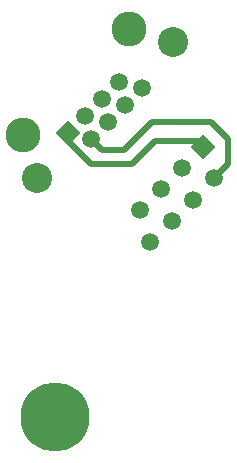
<source format=gbl>
%FSLAX25Y25*%
%MOIN*%
G70*
G01*
G75*
G04 Layer_Physical_Order=2*
G04 Layer_Color=16711680*
%ADD10R,0.10500X0.04300*%
%ADD11C,0.02000*%
%ADD12C,0.03000*%
%ADD13C,0.23000*%
%ADD14C,0.11614*%
%ADD15C,0.05906*%
%ADD16P,0.08352X4X90.0*%
%ADD17C,0.10000*%
D11*
X-86087Y161065D02*
X-81300Y165851D01*
Y174300D01*
X-87000Y180000D02*
X-81300Y174300D01*
X-106700Y180000D02*
X-87000D01*
X-116200Y170500D02*
X-106700Y180000D01*
X-123398Y170500D02*
X-116200D01*
X-127128Y174230D02*
X-123398Y170500D01*
X-91551Y173600D02*
X-89622Y171671D01*
X-105700Y173600D02*
X-91551D01*
X-113500Y165800D02*
X-105700Y173600D01*
X-127000Y165800D02*
X-113500D01*
X-134906Y173706D02*
X-127000Y165800D01*
X-134906Y173706D02*
Y176352D01*
D12*
X-147330Y84768D02*
D03*
X-145422Y87622D02*
D03*
X-142568Y89530D02*
D03*
X-139200Y90200D02*
D03*
X-135832Y89530D02*
D03*
X-132977Y87622D02*
D03*
X-131070Y84768D02*
D03*
X-130400Y81400D02*
D03*
X-131070Y78032D02*
D03*
X-132977Y75178D02*
D03*
X-135832Y73270D02*
D03*
X-139200Y72600D02*
D03*
X-142568Y73270D02*
D03*
X-145422Y75178D02*
D03*
X-147330Y78032D02*
D03*
X-148000Y81400D02*
D03*
D13*
X-139200D02*
D03*
D14*
X-149755Y175645D02*
D03*
X-114400Y211000D02*
D03*
D15*
X-110157Y191201D02*
D03*
X-127128Y174230D02*
D03*
X-117936Y193322D02*
D03*
X-115814Y185544D02*
D03*
X-121471Y179887D02*
D03*
X-129249Y182009D02*
D03*
X-123592Y187665D02*
D03*
X-110836Y150458D02*
D03*
X-107300Y139851D02*
D03*
X-100229Y146922D02*
D03*
X-103764Y157529D02*
D03*
X-96693Y164600D02*
D03*
X-93158Y153993D02*
D03*
X-86087Y161065D02*
D03*
D16*
X-134906Y176352D02*
D03*
X-89622Y171671D02*
D03*
D17*
X-99904Y206404D02*
D03*
X-145159Y161149D02*
D03*
M02*

</source>
